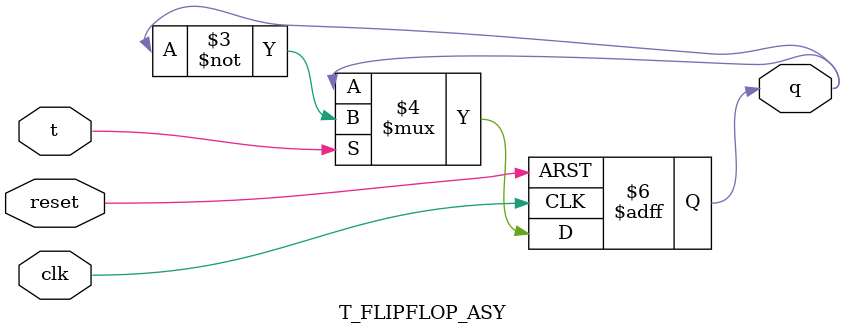
<source format=v>
`timescale 1ns / 1ps


module T_FLIPFLOP_ASY(input clk, input reset,input t, output reg q );

always@(posedge clk or posedge reset)begin
if(reset)
    q <=1'b0;
 else if(t==1)
    q <= ~q;
end
endmodule




</source>
